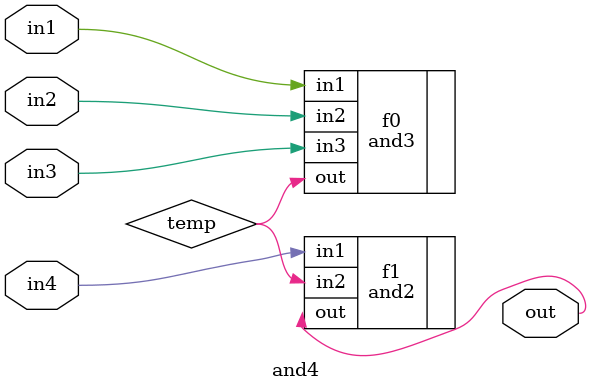
<source format=v>
module and4(out, in1, in2, in3, in4);

	output out;
	input in1, in2, in3, in4;

	wire temp;

	and3 f0(.out(temp), .in1(in1), .in2(in2), .in3(in3));
	and2 f1(.out(out), .in1(in4), .in2(temp));

endmodule
</source>
